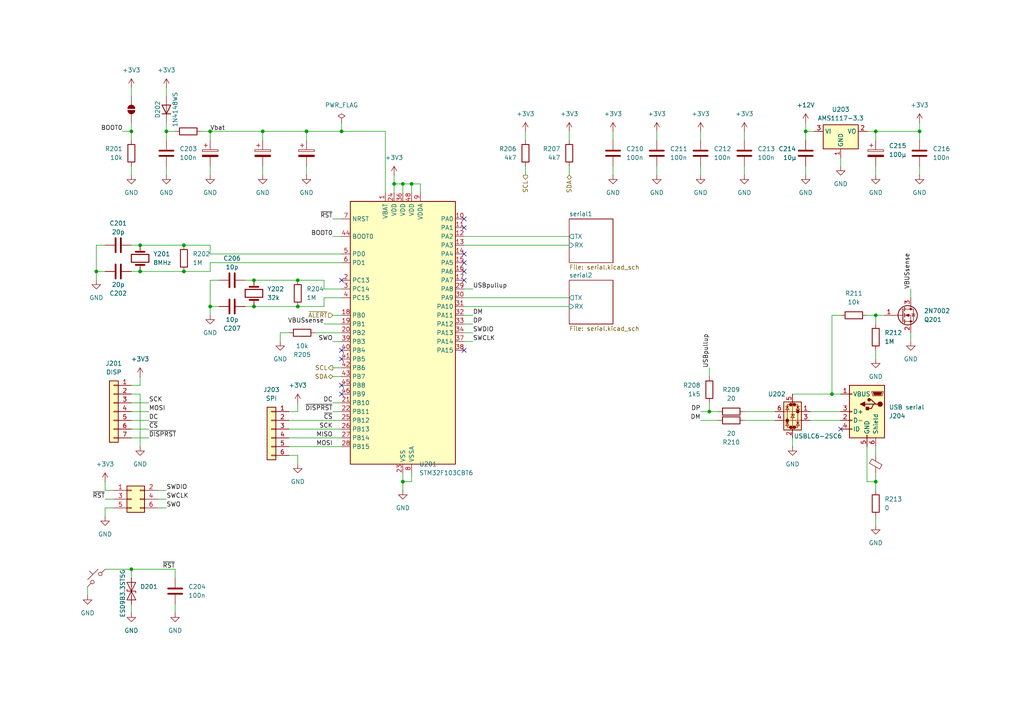
<source format=kicad_sch>
(kicad_sch (version 20250114) (generator "eeschema") (generator_version "9.0")
  (paper "A4")
  (title_block (title "Akkupack NG") (date "2024-05-10") (rev "0.1") (company "Eurovibes Benedikt Spranger") (comment 1 "SPDX-License-Identifier: CERN-OHL-S-2.0") (comment 2 "https://ohwr.org/cern_ohl_s_v2.txt") (comment 3 "To view a copy of this license, visit") (comment 4 "This work is licensed under the CERN-OHL-S v2"))
  (junction (at 119.38 53.34))
  (junction (at 205.74 119.38))
  (junction (at 99.06 38.1))
  (junction (at 40.64 71.12))
  (junction (at 86.36 81.28))
  (junction (at 116.84 53.34))
  (junction (at 27.94 78.74))
  (junction (at 116.84 139.7))
  (junction (at 73.66 81.28))
  (junction (at 60.96 38.1))
  (junction (at 114.3 53.34))
  (junction (at 76.2 38.1))
  (junction (at 241.3 114.3))
  (junction (at 88.9 38.1))
  (junction (at 53.34 78.74))
  (junction (at 233.68 38.1))
  (junction (at 48.26 38.1))
  (junction (at 266.7 38.1))
  (junction (at 254 91.44))
  (junction (at 40.64 78.74))
  (junction (at 86.36 88.9))
  (junction (at 73.66 88.9))
  (junction (at 60.96 88.9))
  (junction (at 254 139.7))
  (junction (at 254 38.1))
  (junction (at 53.34 71.12))
  (junction (at 38.1 165.1))
  (junction (at 38.1 38.1))
  (no_connect (at 243.84 124.46))
  (no_connect (at 134.62 101.6))
  (no_connect (at 99.06 111.76))
  (no_connect (at 134.62 63.5))
  (no_connect (at 134.62 73.66))
  (no_connect (at 134.62 78.74))
  (no_connect (at 134.62 76.2))
  (no_connect (at 99.06 114.3))
  (no_connect (at 99.06 81.28))
  (no_connect (at 99.06 104.14))
  (no_connect (at 134.62 81.28))
  (no_connect (at 99.06 101.6))
  (no_connect (at 134.62 66.04))
  (wire (pts (xy 60.96 71.12) (xy 53.34 71.12)))
  (wire (pts (xy 134.62 93.98) (xy 137.16 93.98)))
  (wire (pts (xy 40.64 71.12) (xy 53.34 71.12)))
  (wire (pts (xy 229.87 114.3) (xy 241.3 114.3)))
  (wire (pts (xy 96.52 116.84) (xy 99.06 116.84)))
  (wire (pts (xy 190.5 38.1) (xy 190.5 40.64)))
  (wire (pts (xy 111.76 38.1) (xy 99.06 38.1)))
  (wire (pts (xy 229.87 127) (xy 229.87 129.54)))
  (wire (pts (xy 251.46 91.44) (xy 254 91.44)))
  (wire (pts (xy 152.4 38.1) (xy 152.4 40.64)))
  (wire (pts (xy 86.36 132.08) (xy 86.36 134.62)))
  (wire (pts (xy 165.1 38.1) (xy 165.1 40.64)))
  (wire (pts (xy 25.4 170.18) (xy 25.4 172.72)))
  (wire (pts (xy 93.98 83.82) (xy 93.98 81.28)))
  (wire (pts (xy 38.1 25.4) (xy 38.1 27.94)))
  (wire (pts (xy 48.26 25.4) (xy 48.26 27.94)))
  (wire (pts (xy 234.95 119.38) (xy 243.84 119.38)))
  (wire (pts (xy 38.1 38.1) (xy 35.56 38.1)))
  (wire (pts (xy 33.02 142.24) (xy 30.48 142.24)))
  (wire (pts (xy 38.1 71.12) (xy 40.64 71.12)))
  (wire (pts (xy 264.16 96.52) (xy 264.16 99.06)))
  (wire (pts (xy 76.2 48.26) (xy 76.2 50.8)))
  (wire (pts (xy 93.98 86.36) (xy 93.98 88.9)))
  (wire (pts (xy 86.36 81.28) (xy 93.98 81.28)))
  (wire (pts (xy 60.96 48.26) (xy 60.96 50.8)))
  (wire (pts (xy 203.2 38.1) (xy 203.2 40.64)))
  (wire (pts (xy 45.72 147.32) (xy 48.26 147.32)))
  (wire (pts (xy 215.9 119.38) (xy 224.79 119.38)))
  (wire (pts (xy 83.82 127) (xy 99.06 127)))
  (wire (pts (xy 203.2 48.26) (xy 203.2 50.8)))
  (wire (pts (xy 96.52 99.06) (xy 99.06 99.06)))
  (wire (pts (xy 38.1 124.46) (xy 43.18 124.46)))
  (wire (pts (xy 60.96 38.1) (xy 60.96 40.64)))
  (wire (pts (xy 266.7 40.64) (xy 266.7 38.1)))
  (wire (pts (xy 30.48 142.24) (xy 30.48 139.7)))
  (wire (pts (xy 81.28 96.52) (xy 83.82 96.52)))
  (wire (pts (xy 48.26 38.1) (xy 48.26 40.64)))
  (wire (pts (xy 134.62 68.58) (xy 165.1 68.58)))
  (wire (pts (xy 60.96 73.66) (xy 60.96 71.12)))
  (wire (pts (xy 116.84 53.34) (xy 114.3 53.34)))
  (wire (pts (xy 30.48 147.32) (xy 30.48 149.86)))
  (wire (pts (xy 96.52 68.58) (xy 99.06 68.58)))
  (wire (pts (xy 215.9 121.92) (xy 224.79 121.92)))
  (wire (pts (xy 177.8 38.1) (xy 177.8 40.64)))
  (wire (pts (xy 73.66 81.28) (xy 86.36 81.28)))
  (wire (pts (xy 251.46 129.54) (xy 251.46 139.7)))
  (wire (pts (xy 234.95 121.92) (xy 243.84 121.92)))
  (wire (pts (xy 76.2 38.1) (xy 88.9 38.1)))
  (wire (pts (xy 254 91.44) (xy 254 93.98)))
  (wire (pts (xy 236.22 38.1) (xy 233.68 38.1)))
  (wire (pts (xy 96.52 106.68) (xy 99.06 106.68)))
  (wire (pts (xy 266.7 48.26) (xy 266.7 50.8)))
  (wire (pts (xy 38.1 165.1) (xy 38.1 167.64)))
  (wire (pts (xy 38.1 116.84) (xy 43.18 116.84)))
  (wire (pts (xy 60.96 88.9) (xy 63.5 88.9)))
  (wire (pts (xy 83.82 124.46) (xy 99.06 124.46)))
  (wire (pts (xy 233.68 48.26) (xy 233.68 50.8)))
  (wire (pts (xy 27.94 78.74) (xy 30.48 78.74)))
  (wire (pts (xy 116.84 139.7) (xy 116.84 142.24)))
  (wire (pts (xy 45.72 142.24) (xy 48.26 142.24)))
  (wire (pts (xy 134.62 83.82) (xy 137.16 83.82)))
  (wire (pts (xy 241.3 91.44) (xy 243.84 91.44)))
  (wire (pts (xy 121.92 55.88) (xy 121.92 53.34)))
  (wire (pts (xy 116.84 137.16) (xy 116.84 139.7)))
  (wire (pts (xy 205.74 106.68) (xy 205.74 109.22)))
  (wire (pts (xy 76.2 38.1) (xy 76.2 40.64)))
  (wire (pts (xy 83.82 119.38) (xy 86.36 119.38)))
  (wire (pts (xy 96.52 91.44) (xy 99.06 91.44)))
  (wire (pts (xy 83.82 129.54) (xy 99.06 129.54)))
  (wire (pts (xy 241.3 114.3) (xy 241.3 91.44)))
  (wire (pts (xy 134.62 99.06) (xy 137.16 99.06)))
  (wire (pts (xy 99.06 86.36) (xy 93.98 86.36)))
  (wire (pts (xy 99.06 76.2) (xy 60.96 76.2)))
  (wire (pts (xy 60.96 38.1) (xy 76.2 38.1)))
  (wire (pts (xy 38.1 127) (xy 43.18 127)))
  (wire (pts (xy 38.1 119.38) (xy 43.18 119.38)))
  (wire (pts (xy 134.62 86.36) (xy 165.1 86.36)))
  (wire (pts (xy 203.2 119.38) (xy 205.74 119.38)))
  (wire (pts (xy 60.96 76.2) (xy 60.96 78.74)))
  (wire (pts (xy 96.52 109.22) (xy 99.06 109.22)))
  (wire (pts (xy 30.48 71.12) (xy 27.94 71.12)))
  (wire (pts (xy 60.96 81.28) (xy 60.96 88.9)))
  (wire (pts (xy 40.64 114.3) (xy 40.64 129.54)))
  (wire (pts (xy 50.8 175.26) (xy 50.8 177.8)))
  (wire (pts (xy 251.46 38.1) (xy 254 38.1)))
  (wire (pts (xy 38.1 48.26) (xy 38.1 50.8)))
  (wire (pts (xy 88.9 38.1) (xy 99.06 38.1)))
  (wire (pts (xy 71.12 88.9) (xy 73.66 88.9)))
  (wire (pts (xy 177.8 48.26) (xy 177.8 50.8)))
  (wire (pts (xy 83.82 121.92) (xy 99.06 121.92)))
  (wire (pts (xy 203.2 121.92) (xy 208.28 121.92)))
  (wire (pts (xy 254 139.7) (xy 254 142.24)))
  (wire (pts (xy 119.38 53.34) (xy 116.84 53.34)))
  (wire (pts (xy 99.06 63.5) (xy 96.52 63.5)))
  (wire (pts (xy 254 137.16) (xy 254 139.7)))
  (wire (pts (xy 63.5 81.28) (xy 60.96 81.28)))
  (wire (pts (xy 99.06 73.66) (xy 60.96 73.66)))
  (wire (pts (xy 266.7 38.1) (xy 254 38.1)))
  (wire (pts (xy 251.46 139.7) (xy 254 139.7)))
  (wire (pts (xy 116.84 53.34) (xy 116.84 55.88)))
  (wire (pts (xy 99.06 35.56) (xy 99.06 38.1)))
  (wire (pts (xy 83.82 132.08) (xy 86.36 132.08)))
  (wire (pts (xy 134.62 71.12) (xy 165.1 71.12)))
  (wire (pts (xy 58.42 38.1) (xy 60.96 38.1)))
  (wire (pts (xy 40.64 78.74) (xy 53.34 78.74)))
  (wire (pts (xy 81.28 96.52) (xy 81.28 99.06)))
  (wire (pts (xy 121.92 53.34) (xy 119.38 53.34)))
  (wire (pts (xy 50.8 167.64) (xy 50.8 165.1)))
  (wire (pts (xy 38.1 114.3) (xy 40.64 114.3)))
  (wire (pts (xy 88.9 48.26) (xy 88.9 50.8)))
  (wire (pts (xy 233.68 38.1) (xy 233.68 40.64)))
  (wire (pts (xy 93.98 93.98) (xy 99.06 93.98)))
  (wire (pts (xy 53.34 78.74) (xy 60.96 78.74)))
  (wire (pts (xy 233.68 35.56) (xy 233.68 38.1)))
  (wire (pts (xy 50.8 165.1) (xy 38.1 165.1)))
  (wire (pts (xy 99.06 83.82) (xy 93.98 83.82)))
  (wire (pts (xy 88.9 38.1) (xy 88.9 40.64)))
  (wire (pts (xy 33.02 147.32) (xy 30.48 147.32)))
  (wire (pts (xy 254 101.6) (xy 254 104.14)))
  (wire (pts (xy 38.1 78.74) (xy 40.64 78.74)))
  (wire (pts (xy 48.26 48.26) (xy 48.26 50.8)))
  (wire (pts (xy 38.1 121.92) (xy 43.18 121.92)))
  (wire (pts (xy 96.52 119.38) (xy 99.06 119.38)))
  (wire (pts (xy 165.1 48.26) (xy 165.1 50.8)))
  (wire (pts (xy 243.84 45.72) (xy 243.84 48.26)))
  (wire (pts (xy 114.3 53.34) (xy 114.3 55.88)))
  (wire (pts (xy 38.1 175.26) (xy 38.1 177.8)))
  (wire (pts (xy 38.1 38.1) (xy 38.1 40.64)))
  (wire (pts (xy 91.44 96.52) (xy 99.06 96.52)))
  (wire (pts (xy 71.12 81.28) (xy 73.66 81.28)))
  (wire (pts (xy 45.72 144.78) (xy 48.26 144.78)))
  (wire (pts (xy 152.4 48.26) (xy 152.4 50.8)))
  (wire (pts (xy 205.74 119.38) (xy 208.28 119.38)))
  (wire (pts (xy 254 129.54) (xy 254 132.08)))
  (wire (pts (xy 134.62 96.52) (xy 137.16 96.52)))
  (wire (pts (xy 215.9 48.26) (xy 215.9 50.8)))
  (wire (pts (xy 119.38 137.16) (xy 119.38 139.7)))
  (wire (pts (xy 134.62 91.44) (xy 137.16 91.44)))
  (wire (pts (xy 38.1 111.76) (xy 40.64 111.76)))
  (wire (pts (xy 60.96 88.9) (xy 60.96 91.44)))
  (wire (pts (xy 27.94 78.74) (xy 27.94 81.28)))
  (wire (pts (xy 205.74 116.84) (xy 205.74 119.38)))
  (wire (pts (xy 215.9 38.1) (xy 215.9 40.64)))
  (wire (pts (xy 48.26 38.1) (xy 50.8 38.1)))
  (wire (pts (xy 266.7 35.56) (xy 266.7 38.1)))
  (wire (pts (xy 73.66 88.9) (xy 86.36 88.9)))
  (wire (pts (xy 27.94 71.12) (xy 27.94 78.74)))
  (wire (pts (xy 264.16 83.82) (xy 264.16 86.36)))
  (wire (pts (xy 114.3 50.8) (xy 114.3 53.34)))
  (wire (pts (xy 48.26 35.56) (xy 48.26 38.1)))
  (wire (pts (xy 86.36 88.9) (xy 93.98 88.9)))
  (wire (pts (xy 254 149.86) (xy 254 152.4)))
  (wire (pts (xy 111.76 38.1) (xy 111.76 55.88)))
  (wire (pts (xy 119.38 53.34) (xy 119.38 55.88)))
  (wire (pts (xy 38.1 35.56) (xy 38.1 38.1)))
  (wire (pts (xy 256.54 91.44) (xy 254 91.44)))
  (wire (pts (xy 30.48 144.78) (xy 33.02 144.78)))
  (wire (pts (xy 40.64 111.76) (xy 40.64 109.22)))
  (wire (pts (xy 243.84 114.3) (xy 241.3 114.3)))
  (wire (pts (xy 86.36 119.38) (xy 86.36 116.84)))
  (wire (pts (xy 254 38.1) (xy 254 40.64)))
  (wire (pts (xy 119.38 139.7) (xy 116.84 139.7)))
  (wire (pts (xy 134.62 88.9) (xy 165.1 88.9)))
  (wire (pts (xy 30.48 165.1) (xy 38.1 165.1)))
  (wire (pts (xy 190.5 48.26) (xy 190.5 50.8)))
  (wire (pts (xy 254 48.26) (xy 254 50.8)))
  (label "BOOT0" (at 96.52 68.58 180))
  (label "~{RST}" (at 30.48 144.78 180))
  (label "SWDIO" (at 137.16 96.52 0))
  (label "~{DISPRST}" (at 96.52 119.38 180))
  (label "DP" (at 137.16 93.98 0))
  (label "MOSI" (at 43.18 119.38 0))
  (label "SWCLK" (at 48.26 144.78 0))
  (label "Vbat" (at 60.96 38.1 0))
  (label "VBUSsense" (at 93.98 93.98 180))
  (label "BOOT0" (at 35.56 38.1 180))
  (label "DC" (at 96.52 116.84 180))
  (label "~{CS}" (at 96.52 121.92 180))
  (label "SWCLK" (at 137.16 99.06 0))
  (label "SCK" (at 43.18 116.84 0))
  (label "SWDIO" (at 48.26 142.24 0))
  (label "~{RST}" (at 96.52 63.5 180))
  (label "USBpullup" (at 205.74 106.68 90))
  (label "USBpullup" (at 137.16 83.82 0))
  (label "SWO" (at 48.26 147.32 0))
  (label "SWO" (at 96.52 99.06 180))
  (label "SCK" (at 96.52 124.46 180))
  (label "~{CS}" (at 43.18 124.46 0))
  (label "DM" (at 137.16 91.44 0))
  (label "DM" (at 203.2 121.92 180))
  (label "~{DISPRST}" (at 43.18 127 0))
  (label "DC" (at 43.18 121.92 0))
  (label "~{RST}" (at 50.8 165.1 180))
  (label "MISO" (at 96.52 127 180))
  (label "MOSI" (at 96.52 129.54 180))
  (label "VBUSsense" (at 264.16 83.82 90))
  (label "DP" (at 203.2 119.38 180))
  (hierarchical_label "SDA" (shape bidirectional) (at 96.52 109.22 180))
  (hierarchical_label "SCL" (shape output) (at 152.4 50.8 270))
  (hierarchical_label "SCL" (shape output) (at 96.52 106.68 180))
  (hierarchical_label "SDA" (shape bidirectional) (at 165.1 50.8 270))
  (hierarchical_label "~{ALERT}" (shape input) (at 96.52 91.44 180))
  (symbol (lib_id "power:GND") (at 86.36 134.62 0) (unit 1)
    (property "Reference" "#PWR0218" (effects (hide yes)))
    (property "Value" "GND" (at 86.36 139.7 0))
    (property "Description" "Power symbol creates a global label with name \"GND\" , ground" (effects (hide yes)))
  )
  (symbol (lib_id "power:GND") (at 81.28 99.06 0) (unit 1)
    (property "Reference" "#PWR0216" (effects (hide yes)))
    (property "Value" "GND" (at 81.28 104.14 0))
    (property "Description" "Power symbol creates a global label with name \"GND\" , ground" (effects (hide yes)))
  )
  (symbol (lib_id "power:+3V3") (at 266.7 35.56 0) (unit 1)
    (property "Reference" "#PWR0240" (effects (hide yes)))
    (property "Value" "+3V3" (at 266.7 30.48 0))
    (property "Description" "Power symbol creates a global label with name \"+3V3\"" (effects (hide yes)))
  )
  (symbol (lib_id "Device:C") (at 34.29 71.12 90) (unit 1)
    (property "Reference" "C201" (at 34.29 64.77 90))
    (property "Value" "20p" (at 34.29 67.31 90))
    (property "Footprint" "Capacitor_SMD:C_0402_1005Metric" (effects (hide yes)))
    (property "Description" "Unpolarized capacitor" (effects (hide yes)))
    (property "assemble" "y" (effects (hide yes)))
    (property "SupplLink" "https://jlcpcb.com/partdetail/Yageo-CC0805KRX7R9BB221/C107145" (effects (hide yes)))
    (property "MF" "FH (Guangdong Fenghua Advanced Tech)" (effects (hide yes)))
    (property "Long Description" "50V 20pF C0G ±5% 0402 Multilayer Ceramic Capacitors MLCC - SMD/SMT ROHS" (effects (hide yes)))
    (property "Source" "JLCPCB" (effects (hide yes)))
    (property "MP" "0402CG200J500NT" (effects (hide yes)))
    (property "lcsc#" "C1554" (effects (hide yes)))
  )
  (symbol (lib_id "Device:R") (at 254 146.05 0) (unit 1)
    (property "Reference" "R213" (at 256.54 144.7799 0) (effects (justify left)))
    (property "Value" "0" (at 256.54 147.3199 0) (effects (justify left)))
    (property "Footprint" "Resistor_SMD:R_0402_1005Metric" (effects (hide yes)))
    (property "Description" "Resistor" (effects (hide yes)))
    (property "Source" "JLCPCB" (effects (hide yes)))
    (property "assemble" "y" (effects (hide yes)))
    (property "Long Description" "62.5mW Thick Film Resistors 50V ±800ppm/℃ ±1% 0Ω 0402 Chip Resistor - Surface Mount ROHS" (effects (hide yes)))
    (property "MF" "UNI-ROYAL(Uniroyal Elec)" (effects (hide yes)))
    (property "MP" "0402WGF0000TCE" (effects (hide yes)))
    (property "SupplLink" "https://jlcpcb.com/partdetail/17853-0402WGF0000TCE/C17168" (effects (hide yes)))
    (property "lcsc#" "C17168" (effects (hide yes)))
  )
  (symbol (lib_id "Device:Crystal") (at 73.66 85.09 90) (unit 1)
    (property "Reference" "Y202" (at 77.47 83.8199 90) (effects (justify right)))
    (property "Value" "32k" (at 77.47 86.3599 90) (effects (justify right)))
    (property "Footprint" "Crystal:Crystal_SMD_3215-2Pin_3.2x1.5mm" (effects (hide yes)))
    (property "Description" "Two pin crystal" (effects (hide yes)))
    (property "assemble" "y" (effects (hide yes)))
    (property "SupplLink" "https://jlcpcb.com/partdetail/SeikoEpson-Q13FC1350000400/C32346" (effects (hide yes)))
    (property "MF" "Seiko Epson" (effects (hide yes)))
    (property "lcsc#" "C32346 " (effects (hide yes)))
    (property "Source" "JLCPCB" (effects (hide yes)))
    (property "Long Description" "32.768kHz Surface mount crystal oscillator 12.5pF ±20ppm SMD3215-2P Crystals ROHS" (effects (hide yes)))
    (property "MP" "Q13FC13500004" (effects (hide yes)))
  )
  (symbol (lib_id "Device:R") (at 54.61 38.1 90) (unit 1)
    (property "Reference" "R203" (effects (hide yes)))
    (property "Value" "22" (effects (hide yes)))
    (property "Footprint" "Resistor_SMD:R_1206_3216Metric" (effects (hide yes)))
    (property "Description" "Resistor" (effects (hide yes)))
    (property "assemble" "y" (effects (hide yes)))
    (property "SupplLink" "https://jlcpcb.com/partdetail/18646-1206W4F220JT5E/C17958" (effects (hide yes)))
    (property "MF" "UNI-ROYAL(Uniroyal Elec)" (effects (hide yes)))
    (property "Long Description" "250mW Thick Film Resistors 200V ±100ppm/℃ ±1% -55℃~+155℃ 22Ω 1206 Chip Resistor - Surface Mount ROHS" (effects (hide yes)))
    (property "Source" "JLCPCB" (effects (hide yes)))
    (property "MP" "1206W4F220JT5E" (effects (hide yes)))
    (property "lcsc#" "C17958" (effects (hide yes)))
  )
  (symbol (lib_id "power:GND") (at 88.9 50.8 0) (unit 1)
    (property "Reference" "#PWR0219" (effects (hide yes)))
    (property "Value" "GND" (at 88.9 55.88 0))
    (property "Description" "Power symbol creates a global label with name \"GND\" , ground" (effects (hide yes)))
  )
  (symbol (lib_id "Device:C_Polarized") (at 88.9 44.45 0) (unit 1)
    (property "Reference" "C209" (effects (hide yes)))
    (property "Value" "1F" (effects (hide yes)))
    (property "Footprint" "Capacitor_THT:CP_Radial_D8.0mm_P3.50mm" (effects (hide yes)))
    (property "Description" "Polarized capacitor" (effects (hide yes)))
    (property "assemble" "n" (effects (hide yes)))
    (property "SupplLink" "https://www.tme.eu/en/details/scv1f-3.0v-ltz/supercapacitors/spscap/scv0001c0-003r0ltz/" (effects (hide yes)))
    (property "tme#" "SCV1F-3.0V-LTZ" (effects (hide yes)))
    (property "MF" "SPSCAP" (effects (hide yes)))
    (property "Long Description" "Supercapacitor; 1F; 3VDC; Body dim: Ø8x12mm; Pitch: 3.5mm; Ir: 5uA" (effects (hide yes)))
    (property "Source" "TME" (effects (hide yes)))
    (property "MP" "SCV0001C0-003R0LTZ" (effects (hide yes)))
  )
  (symbol (lib_id "Device:R") (at 165.1 44.45 0) (unit 1)
    (property "Reference" "R207" (at 162.56 43.1799 0) (effects (justify right)))
    (property "Value" "4k7" (at 162.56 45.7199 0) (effects (justify right)))
    (property "Footprint" "Resistor_SMD:R_0402_1005Metric" (effects (hide yes)))
    (property "Description" "Resistor" (effects (hide yes)))
    (property "MF" "UNI-ROYAL(Uniroyal Elec)" (effects (hide yes)))
    (property "Source" "JLCPCB" (effects (hide yes)))
    (property "assemble" "y" (effects (hide yes)))
    (property "Long Description" "62.5mW Thick Film Resistors 50V ±100ppm/℃ ±1% 4.7kΩ 0402 Chip Resistor - Surface Mount ROHS" (effects (hide yes)))
    (property "MP" "0402WGF4701TCE" (effects (hide yes)))
    (property "SupplLink" "https://jlcpcb.com/partdetail/26643-0402WGF4701TCE/C25900" (effects (hide yes)))
    (property "lcsc#" "C25900" (effects (hide yes)))
  )
  (symbol (lib_id "power:GND") (at 38.1 50.8 0) (mirror y) (unit 1)
    (property "Reference" "#PWR0206" (effects (hide yes)))
    (property "Value" "GND" (at 38.1 55.88 0))
    (property "Description" "Power symbol creates a global label with name \"GND\" , ground" (effects (hide yes)))
  )
  (symbol (lib_id "power:GND") (at 266.7 50.8 0) (unit 1)
    (property "Reference" "#PWR0241" (effects (hide yes)))
    (property "Value" "GND" (at 266.7 55.88 0))
    (property "Description" "Power symbol creates a global label with name \"GND\" , ground" (effects (hide yes)))
  )
  (symbol (lib_id "Device:C") (at 233.68 44.45 0) (unit 1)
    (property "Reference" "C214" (at 228.346 43.18 0))
    (property "Value" "10µ" (at 229.108 45.72 0))
    (property "Footprint" "Capacitor_SMD:C_0603_1608Metric" (effects (hide yes)))
    (property "Description" "Unpolarized capacitor" (effects (hide yes)))
    (property "assemble" "y" (effects (hide yes)))
    (property "SupplLink" "https://jlcpcb.com/partdetail/97651-CL10A106MA8NRNC/C96446" (effects (hide yes)))
    (property "Long Description" "25V 10uF X5R ±20% 0603 Multilayer Ceramic Capacitors MLCC - SMD/SMT ROHS" (effects (hide yes)))
    (property "MF" "Samsung Electro-Mechanics" (effects (hide yes)))
    (property "MP" "CL10A106MA8NRNC" (effects (hide yes)))
    (property "Source" "JLCPCB" (effects (hide yes)))
    (property "lcsc#" "C96446" (effects (hide yes)))
  )
  (symbol (lib_id "power:+3V3") (at 40.64 109.22 0) (unit 1)
    (property "Reference" "#PWR0208" (effects (hide yes)))
    (property "Value" "+3V3" (at 40.64 104.14 0))
    (property "Description" "Power symbol creates a global label with name \"+3V3\"" (effects (hide yes)))
  )
  (symbol (lib_id "Device:C") (at 215.9 44.45 0) (unit 1)
    (property "Reference" "C213" (at 219.71 43.1799 0) (effects (justify left)))
    (property "Value" "100n" (at 219.71 45.7199 0) (effects (justify left)))
    (property "Footprint" "Capacitor_SMD:C_0402_1005Metric" (effects (hide yes)))
    (property "Description" "Unpolarized capacitor" (effects (hide yes)))
    (property "assemble" "y" (effects (hide yes)))
    (property "SupplLink" "https://jlcpcb.com/partdetail/291005-CL05B104KB54PNC/C307331" (effects (hide yes)))
    (property "Long Description" "50V 100nF X7R ±10% 0402 Multilayer Ceramic Capacitors MLCC - SMD/SMT ROHS" (effects (hide yes)))
    (property "MF" "Samsung Electro-Mechanics" (effects (hide yes)))
    (property "MP" "CL05B104KB54PNC" (effects (hide yes)))
    (property "Source" "JLCPCB" (effects (hide yes)))
    (property "lcsc#" "C307331" (effects (hide yes)))
  )
  (symbol (lib_id "power:GND") (at 60.96 50.8 0) (unit 1)
    (property "Reference" "#PWR0213" (effects (hide yes)))
    (property "Value" "GND" (at 60.96 55.88 0))
    (property "Description" "Power symbol creates a global label with name \"GND\" , ground" (effects (hide yes)))
  )
  (symbol (lib_id "power:GND") (at 38.1 177.8 0) (unit 1)
    (property "Reference" "#PWR0207" (effects (hide yes)))
    (property "Value" "GND" (at 38.1 182.88 0))
    (property "Description" "Power symbol creates a global label with name \"GND\" , ground" (effects (hide yes)))
  )
  (symbol (lib_id "power:GND") (at 60.96 91.44 0) (unit 1)
    (property "Reference" "#PWR0214" (effects (hide yes)))
    (property "Value" "GND" (at 60.96 96.52 0))
    (property "Description" "Power symbol creates a global label with name \"GND\" , ground" (effects (hide yes)))
  )
  (symbol (lib_id "Device:FerriteBead_Small") (at 254 134.62 0) (unit 1)
    (property "Reference" "FB201" (effects (hide yes)))
    (property "Value" "FerriteBead_Small" (effects (hide yes)))
    (property "Footprint" "Inductor_SMD:L_0805_2012Metric" (effects (hide yes)))
    (property "Description" "Ferrite bead, small symbol" (effects (hide yes)))
    (property "assemble" "y" (effects (hide yes)))
    (property "SupplLink" "https://jlcpcb.com/partdetail/Sunlord-GZ2012D101TF/C1015" (effects (hide yes)))
    (property "MF" "Sunlord" (effects (hide yes)))
    (property "MP" "GZ2012D101TF" (effects (hide yes)))
    (property "lcsc#" "C1015" (effects (hide yes)))
    (property "Long Description" "800mA 1 100Ω@100MHz ±25% 0805 Ferrite Beads ROHS" (effects (hide yes)))
    (property "Source" "JLCPCB " (effects (hide yes)))
  )
  (symbol (lib_id "power:PWR_FLAG") (at 99.06 35.56 0) (unit 1)
    (property "Reference" "#FLG0201" (effects (hide yes)))
    (property "Value" "PWR_FLAG" (at 99.06 30.48 0))
    (property "Description" "Special symbol for telling ERC where power comes from" (effects (hide yes)))
  )
  (symbol (lib_id "power:GND") (at 76.2 50.8 0) (unit 1)
    (property "Reference" "#PWR0215" (effects (hide yes)))
    (property "Value" "GND" (at 76.2 55.88 0))
    (property "Description" "Power symbol creates a global label with name \"GND\" , ground" (effects (hide yes)))
  )
  (symbol (lib_id "Power_Protection:USBLC6-2SC6") (at 229.87 119.38 0) (mirror y) (unit 1)
    (property "Reference" "U202" (at 225.298 114.3 0))
    (property "Value" "USBLC6-2SC6" (at 237.236 126.492 0))
    (property "Footprint" "Package_TO_SOT_SMD:SOT-23-6" (effects (hide yes)))
    (property "Datasheet" "https://www.st.com/resource/en/datasheet/usblc6-2.pdf" (effects (hide yes)))
    (property "Description" "Very low capacitance ESD protection diode, 2 data-line, SOT-23-6" (effects (hide yes)))
    (property "assemble" "y" (effects (hide yes)))
    (property "SupplLink" "https://jlcpcb.com/partdetail/TechPublic-USBLC62SC6/C2827654" (effects (hide yes)))
    (property "Long Description" "SOT-23-6 ESD Protection Devices ROHS" (effects (hide yes)))
    (property "MF" "TECH PUBLIC" (effects (hide yes)))
    (property "MP" "USBLC6-2SC6" (effects (hide yes)))
    (property "lcsc#" "C2827654" (effects (hide yes)))
    (property "Source" "JLCPCB" (effects (hide yes)))
  )
  (symbol (lib_id "power:GND") (at 27.94 81.28 0) (unit 1)
    (property "Reference" "#PWR0202" (effects (hide yes)))
    (property "Value" "GND" (at 27.94 86.36 0))
    (property "Description" "Power symbol creates a global label with name \"GND\" , ground" (effects (hide yes)))
  )
  (symbol (lib_id "power:GND") (at 48.26 50.8 0) (unit 1)
    (property "Reference" "#PWR0211" (effects (hide yes)))
    (property "Value" "GND" (at 48.26 55.88 0))
    (property "Description" "Power symbol creates a global label with name \"GND\" , ground" (effects (hide yes)))
  )
  (symbol (lib_id "Jumper:SolderJumper_2_Open") (at 38.1 31.75 270) (mirror x) (unit 1)
    (property "Reference" "JP201" (effects (hide yes)))
    (property "Value" "BOOT0" (effects (hide yes)))
    (property "Footprint" "Jumper:SolderJumper-2_P1.3mm_Open_Pad1.0x1.5mm" (effects (hide yes)))
    (property "Description" "Solder Jumper, 2-pole, open" (effects (hide yes)))
    (property "assemble" "n" (effects (hide yes)))
    (property "MP" "N/A" (effects (hide yes)))
    (property "Source" "--" (effects (hide yes)))
    (property "MF" "N/A" (effects (hide yes)))
  )
  (symbol (lib_id "Device:C") (at 50.8 171.45 0) (unit 1)
    (property "Reference" "C204" (at 54.61 170.1799 0) (effects (justify left)))
    (property "Value" "100n" (at 54.61 172.7199 0) (effects (justify left)))
    (property "Footprint" "Capacitor_SMD:C_0402_1005Metric" (effects (hide yes)))
    (property "Description" "Unpolarized capacitor" (effects (hide yes)))
    (property "assemble" "y" (effects (hide yes)))
    (property "SupplLink" "https://jlcpcb.com/partdetail/291005-CL05B104KB54PNC/C307331" (effects (hide yes)))
    (property "Long Description" "50V 100nF X7R ±10% 0402 Multilayer Ceramic Capacitors MLCC - SMD/SMT ROHS" (effects (hide yes)))
    (property "MF" "Samsung Electro-Mechanics" (effects (hide yes)))
    (property "MP" "CL05B104KB54PNC" (effects (hide yes)))
    (property "Source" "JLCPCB" (effects (hide yes)))
    (property "lcsc#" "C307331" (effects (hide yes)))
  )
  (symbol (lib_id "power:GND") (at 229.87 129.54 0) (unit 1)
    (property "Reference" "#PWR0232" (effects (hide yes)))
    (property "Value" "GND" (at 229.87 134.62 0))
    (property "Description" "Power symbol creates a global label with name \"GND\" , ground" (effects (hide yes)))
  )
  (symbol (lib_id "power:GND") (at 203.2 50.8 0) (unit 1)
    (property "Reference" "#PWR0229" (effects (hide yes)))
    (property "Value" "GND" (at 203.2 55.88 0))
    (property "Description" "Power symbol creates a global label with name \"GND\" , ground" (effects (hide yes)))
  )
  (symbol (lib_id "power:+3V3") (at 215.9 38.1 0) (unit 1)
    (property "Reference" "#PWR0230" (effects (hide yes)))
    (property "Value" "+3V3" (at 215.9 33.02 0))
    (property "Description" "Power symbol creates a global label with name \"+3V3\"" (effects (hide yes)))
  )
  (symbol (lib_id "Device:R") (at 247.65 91.44 90) (unit 1)
    (property "Reference" "R211" (at 247.65 85.09 90))
    (property "Value" "10k" (at 247.65 87.63 90))
    (property "Footprint" "Resistor_SMD:R_0402_1005Metric" (effects (hide yes)))
    (property "Description" "Resistor" (effects (hide yes)))
    (property "Long Description" "62.5mW Thick Film Resistors 50V ±100ppm/℃ ±1% 10kΩ 0402 Chip Resistor - Surface Mount ROHS" (effects (hide yes)))
    (property "MF" "UNI-ROYAL(Uniroyal Elec)" (effects (hide yes)))
    (property "MP" "0402WGF1002TCE" (effects (hide yes)))
    (property "Source" "JLCPCB" (effects (hide yes)))
    (property "SupplLink" "https://jlcpcb.com/partdetail/26487-0402WGF1002TCE/C25744" (effects (hide yes)))
    (property "assemble" "y" (effects (hide yes)))
    (property "lcsc#" "C25744" (effects (hide yes)))
  )
  (symbol (lib_id "Device:R") (at 86.36 85.09 0) (unit 1)
    (property "Reference" "R204" (at 88.9 83.8199 0) (effects (justify left)))
    (property "Value" "1M" (at 88.9 86.3599 0) (effects (justify left)))
    (property "Footprint" "Resistor_SMD:R_0402_1005Metric" (effects (hide yes)))
    (property "Description" "Resistor" (effects (hide yes)))
    (property "assemble" "y" (effects (hide yes)))
    (property "SupplLink" "https://jlcpcb.com/partdetail/26643-0402WGF4701TCE/C25900" (effects (hide yes)))
    (property "MF" "UNI-ROYAL(Uniroyal Elec)" (effects (hide yes)))
    (property "Long Description" "62.5mW Thick Film Resistors 50V ±100ppm/℃ ±1% 4.7kΩ 0402 Chip Resistor - Surface Mount ROHS" (effects (hide yes)))
    (property "MP" "0402WGF4701TCE" (effects (hide yes)))
    (property "Source" "JLCPCB" (effects (hide yes)))
    (property "lcsc#" "C25900" (effects (hide yes)))
  )
  (symbol (lib_id "power:GND") (at 215.9 50.8 0) (unit 1)
    (property "Reference" "#PWR0231" (effects (hide yes)))
    (property "Value" "GND" (at 215.9 55.88 0))
    (property "Description" "Power symbol creates a global label with name \"GND\" , ground" (effects (hide yes)))
  )
  (symbol (lib_id "power:GND") (at 254 152.4 0) (unit 1)
    (property "Reference" "#PWR0238" (effects (hide yes)))
    (property "Value" "GND" (at 254 157.48 0))
    (property "Description" "Power symbol creates a global label with name \"GND\" , ground" (effects (hide yes)))
  )
  (symbol (lib_id "power:+3V3") (at 190.5 38.1 0) (unit 1)
    (property "Reference" "#PWR0226" (effects (hide yes)))
    (property "Value" "+3V3" (at 190.5 33.02 0))
    (property "Description" "Power symbol creates a global label with name \"+3V3\"" (effects (hide yes)))
  )
  (symbol (lib_id "power:GND") (at 25.4 172.72 0) (unit 1)
    (property "Reference" "#PWR0201" (effects (hide yes)))
    (property "Value" "GND" (at 25.4 177.8 0))
    (property "Description" "Power symbol creates a global label with name \"GND\" , ground" (effects (hide yes)))
  )
  (symbol (lib_id "Regulator_Linear:AMS1117-3.3") (at 243.84 38.1 0) (unit 1)
    (property "Reference" "U203" (at 243.84 31.75 0))
    (property "Value" "AMS1117-3.3" (at 243.84 34.29 0))
    (property "Footprint" "Package_TO_SOT_SMD:SOT-223-3_TabPin2" (effects (hide yes)))
    (property "Datasheet" "http://www.advanced-monolithic.com/pdf/ds1117.pdf" (effects (hide yes)))
    (property "Description" "1A Low Dropout regulator, positive, 3.3V fixed output, SOT-223" (effects (hide yes)))
    (property "MF" "Advanced Monolithic Systems" (effects (hide yes)))
    (property "MP" "AMS1117-3.3" (effects (hide yes)))
    (property "Source" "JLCPCB" (effects (hide yes)))
    (property "assemble" "y" (effects (hide yes)))
    (property "lcsc#" "C6186" (effects (hide yes)))
    (property "Long Description" "72dB@(120Hz) 1A Fixed 3.3V Positive electrode SOT-223-3 Linear Voltage Regulators (LDO) ROHS" (effects (hide yes)))
    (property "SupplLink" "https://jlcpcb.com/partdetail/Advanced_MonolithicSystems-AMS1117_33/C6186" (effects (hide yes)))
  )
  (symbol (lib_id "Connector_Generic:Conn_02x03_Odd_Even") (at 38.1 144.78 0) (unit 1)
    (property "Reference" "J202" (effects (hide yes)))
    (property "Value" "SWD" (effects (hide yes)))
    (property "Footprint" "Connector:Tag-Connect_TC2030-IDC-FP_2x03_P1.27mm_Vertical" (effects (hide yes)))
    (property "Description" "Generic connector, double row, 02x03, odd/even pin numbering scheme (row 1 odd numbers, row 2 even numbers), script generated (kicad-library-utils/schlib/autogen/connector/)" (effects (hide yes)))
    (property "assemble" "n" (effects (hide yes)))
    (property "MF" "Tag-Connect" (effects (hide yes)))
    (property "MP" "TC2030" (effects (hide yes)))
    (property "Source" "--" (effects (hide yes)))
  )
  (symbol (lib_id "Device:R") (at 212.09 119.38 90) (unit 1)
    (property "Reference" "R209" (at 212.09 113.03 90))
    (property "Value" "20" (at 212.09 115.57 90))
    (property "Footprint" "Resistor_SMD:R_0603_1608Metric" (effects (hide yes)))
    (property "Description" "Resistor" (effects (hide yes)))
    (property "Source" "JLCPCB" (effects (hide yes)))
    (property "assemble" "y" (effects (hide yes)))
    (property "Long Description" "100mW Thick Film Resistors 75V ±100ppm/℃ ±1% 20Ω 0603 Chip Resistor - Surface Mount ROHS" (effects (hide yes)))
    (property "MF" "UNI-ROYAL(Uniroyal Elec)" (effects (hide yes)))
    (property "MP" "0603WAF200JT5E" (effects (hide yes)))
    (property "SupplLink" "https://jlcpcb.com/partdetail/23677-0603WAF200JT5E/C22950" (effects (hide yes)))
    (property "lcsc#" "C22950" (effects (hide yes)))
  )
  (symbol (lib_id "Device:R") (at 87.63 96.52 90) (unit 1)
    (property "Reference" "R205" (at 87.63 102.87 90))
    (property "Value" "10k" (at 87.63 100.33 90))
    (property "Footprint" "Resistor_SMD:R_0402_1005Metric" (effects (hide yes)))
    (property "Description" "Resistor" (effects (hide yes)))
    (property "assemble" "y" (effects (hide yes)))
    (property "SupplLink" "https://jlcpcb.com/partdetail/26487-0402WGF1002TCE/C25744" (effects (hide yes)))
    (property "Long Description" "62.5mW Thick Film Resistors 50V ±100ppm/℃ ±1% 10kΩ 0402 Chip Resistor - Surface Mount ROHS" (effects (hide yes)))
    (property "MF" "UNI-ROYAL(Uniroyal Elec)" (effects (hide yes)))
    (property "MP" "0402WGF1002TCE" (effects (hide yes)))
    (property "Source" "JLCPCB" (effects (hide yes)))
    (property "lcsc#" "C25744" (effects (hide yes)))
  )
  (symbol (lib_id "Device:R") (at 53.34 74.93 0) (unit 1)
    (property "Reference" "R202" (at 55.88 73.6599 0) (effects (justify left)))
    (property "Value" "1M" (at 55.88 76.1999 0) (effects (justify left)))
    (property "Footprint" "Resistor_SMD:R_0402_1005Metric" (effects (hide yes)))
    (property "Description" "Resistor" (effects (hide yes)))
    (property "assemble" "y" (effects (hide yes)))
    (property "SupplLink" "https://jlcpcb.com/partdetail/26643-0402WGF4701TCE/C25900" (effects (hide yes)))
    (property "MF" "UNI-ROYAL(Uniroyal Elec)" (effects (hide yes)))
    (property "Long Description" "62.5mW Thick Film Resistors 50V ±100ppm/℃ ±1% 4.7kΩ 0402 Chip Resistor - Surface Mount ROHS" (effects (hide yes)))
    (property "MP" "0402WGF4701TCE" (effects (hide yes)))
    (property "Source" "JLCPCB" (effects (hide yes)))
    (property "lcsc#" "C25900" (effects (hide yes)))
  )
  (symbol (lib_id "Transistor_FET:2N7002") (at 261.62 91.44 0) (unit 1)
    (property "Reference" "Q201" (at 267.97 92.7101 0) (effects (justify left)))
    (property "Value" "2N7002" (at 267.97 90.1701 0) (effects (justify left)))
    (property "Footprint" "Package_TO_SOT_SMD:SOT-23" (effects (hide yes)))
    (property "Datasheet" "https://www.onsemi.com/pub/Collateral/NDS7002A-D.PDF" (effects (hide yes)))
    (property "Description" "0.115A Id, 60V Vds, N-Channel MOSFET, SOT-23" (effects (hide yes)))
    (property "Source" "JLCPCB" (effects (hide yes)))
    (property "assemble" "y" (effects (hide yes)))
    (property "lcsc#" "C8545" (effects (hide yes)))
    (property "Long Description" "60V 115mA 200mW 7.5Ω@10V,500mA 2.5V@250uA 1PCSNChannel SOT-23 MOSFETs ROHS" (effects (hide yes)))
    (property "SupplLink" "https://jlcpcb.com/partdetail/9040-2N7002/C8545" (effects (hide yes)))
    (property "MF" "Jiangsu Changjing Electronics Technology Co., Ltd." (effects (hide yes)))
    (property "MP" "2N7002" (effects (hide yes)))
  )
  (symbol (lib_id "power:GND") (at 233.68 50.8 0) (unit 1)
    (property "Reference" "#PWR0234" (effects (hide yes)))
    (property "Value" "GND" (at 233.68 55.88 0))
    (property "Description" "Power symbol creates a global label with name \"GND\" , ground" (effects (hide yes)))
  )
  (symbol (lib_id "Device:C") (at 34.29 78.74 90) (unit 1)
    (property "Reference" "C202" (at 34.29 85.09 90))
    (property "Value" "20p" (at 34.29 82.55 90))
    (property "Footprint" "Capacitor_SMD:C_0402_1005Metric" (effects (hide yes)))
    (property "Description" "Unpolarized capacitor" (effects (hide yes)))
    (property "assemble" "y" (effects (hide yes)))
    (property "SupplLink" "https://jlcpcb.com/partdetail/Yageo-CC0805KRX7R9BB221/C107145" (effects (hide yes)))
    (property "MF" "FH (Guangdong Fenghua Advanced Tech)" (effects (hide yes)))
    (property "Long Description" "50V 20pF C0G ±5% 0402 Multilayer Ceramic Capacitors MLCC - SMD/SMT ROHS" (effects (hide yes)))
    (property "Source" "JLCPCB" (effects (hide yes)))
    (property "MP" "0402CG200J500NT" (effects (hide yes)))
    (property "lcsc#" "C1554" (effects (hide yes)))
  )
  (symbol (lib_id "Device:C_Polarized") (at 254 44.45 0) (unit 1)
    (property "Reference" "C215" (at 257.81 42.2909 0) (effects (justify left)))
    (property "Value" "100µ" (at 257.81 44.8309 0) (effects (justify left)))
    (property "Footprint" "Capacitor_Tantalum_SMD:CP_EIA-3528-21_Kemet-B" (effects (hide yes)))
    (property "Description" "Polarized capacitor" (effects (hide yes)))
    (property "Long Description" "100uF 6.3V 1.7Ω@100kHz ±10% CASE-B-3528 Tantalum Capacitors ROHS" (effects (hide yes)))
    (property "MF" "--" (effects (hide yes)))
    (property "MP" "TAJB107K006RNJ" (effects (hide yes)))
    (property "Source" "JLCPCB" (effects (hide yes)))
    (property "SupplLink" "https://jlcpcb.com/partdetail/-TAJB107K006RNJ/C16133" (effects (hide yes)))
    (property "assemble" "y" (effects (hide yes)))
    (property "lcsc#" "C16133" (effects (hide yes)))
  )
  (symbol (lib_id "power:+3V3") (at 38.1 25.4 0) (mirror y) (unit 1)
    (property "Reference" "#PWR0205" (effects (hide yes)))
    (property "Value" "+3V3" (at 38.1 20.32 0))
    (property "Description" "Power symbol creates a global label with name \"+3V3\"" (effects (hide yes)))
  )
  (symbol (lib_id "power:+3V3") (at 203.2 38.1 0) (unit 1)
    (property "Reference" "#PWR0228" (effects (hide yes)))
    (property "Value" "+3V3" (at 203.2 33.02 0))
    (property "Description" "Power symbol creates a global label with name \"+3V3\"" (effects (hide yes)))
  )
  (symbol (lib_id "power:+3V3") (at 48.26 25.4 0) (unit 1)
    (property "Reference" "#PWR0210" (effects (hide yes)))
    (property "Value" "+3V3" (at 48.26 20.32 0))
    (property "Description" "Power symbol creates a global label with name \"+3V3\"" (effects (hide yes)))
  )
  (symbol (lib_id "power:GND") (at 254 104.14 0) (unit 1)
    (property "Reference" "#PWR0237" (effects (hide yes)))
    (property "Value" "GND" (at 254 109.22 0))
    (property "Description" "Power symbol creates a global label with name \"GND\" , ground" (effects (hide yes)))
  )
  (symbol (lib_id "power:GND") (at 50.8 177.8 0) (unit 1)
    (property "Reference" "#PWR0212" (effects (hide yes)))
    (property "Value" "GND" (at 50.8 182.88 0))
    (property "Description" "Power symbol creates a global label with name \"GND\" , ground" (effects (hide yes)))
  )
  (symbol (lib_id "Device:C_Polarized") (at 60.96 44.45 0) (unit 1)
    (property "Reference" "C205" (effects (hide yes)))
    (property "Value" "1F" (effects (hide yes)))
    (property "Footprint" "Capacitor_THT:CP_Radial_D8.0mm_P3.50mm" (effects (hide yes)))
    (property "Description" "Polarized capacitor" (effects (hide yes)))
    (property "assemble" "n" (effects (hide yes)))
    (property "SupplLink" "https://www.tme.eu/en/details/scv1f-3.0v-ltz/supercapacitors/spscap/scv0001c0-003r0ltz/" (effects (hide yes)))
    (property "tme#" "SCV1F-3.0V-LTZ" (effects (hide yes)))
    (property "MF" "SPSCAP" (effects (hide yes)))
    (property "Long Description" "Supercapacitor; 1F; 3VDC; Body dim: Ø8x12mm; Pitch: 3.5mm; Ir: 5uA" (effects (hide yes)))
    (property "Source" "TME" (effects (hide yes)))
    (property "MP" "SCV0001C0-003R0LTZ" (effects (hide yes)))
  )
  (symbol (lib_id "power:GND") (at 190.5 50.8 0) (unit 1)
    (property "Reference" "#PWR0227" (effects (hide yes)))
    (property "Value" "GND" (at 190.5 55.88 0))
    (property "Description" "Power symbol creates a global label with name \"GND\" , ground" (effects (hide yes)))
  )
  (symbol (lib_id "Device:R") (at 205.74 113.03 0) (mirror y) (unit 1)
    (property "Reference" "R208" (at 203.2 111.7599 0) (effects (justify left)))
    (property "Value" "1k5" (at 203.2 114.2999 0) (effects (justify left)))
    (property "Footprint" "Resistor_SMD:R_0402_1005Metric" (effects (hide yes)))
    (property "Description" "Resistor" (effects (hide yes)))
    (property "Source" "JLCPCB" (effects (hide yes)))
    (property "assemble" "y" (effects (hide yes)))
    (property "Long Description" "62.5mW Thick Film Resistors 50V ±100ppm/℃ ±1% 1.5kΩ 0402 Chip Resistor - Surface Mount ROHS" (effects (hide yes)))
    (property "MF" "UNI-ROYAL(Uniroyal Elec)" (effects (hide yes)))
    (property "MP" "0402WGF1501TCE" (effects (hide yes)))
    (property "SupplLink" "https://jlcpcb.com/partdetail/26610-0402WGF1501TCE/C25867" (effects (hide yes)))
    (property "lcsc#" "C25867" (effects (hide yes)))
  )
  (symbol (lib_id "Switch:SW_Push_45deg") (at 27.94 167.64 0) (mirror y) (unit 1)
    (property "Reference" "SW201" (effects (hide yes)))
    (property "Value" "Reset" (effects (hide yes)))
    (property "Footprint" "footprint:Push_SW_5x5" (effects (hide yes)))
    (property "Description" "Push button switch, normally open, two pins, 45° tilted" (effects (hide yes)))
    (property "assemble" "y" (effects (hide yes)))
    (property "SupplLink" "https://jlcpcb.com/partdetail/XkbConnection-TS_1187A_B_AB/C318884" (effects (hide yes)))
    (property "MF" "XKB Connection" (effects (hide yes)))
    (property "MP" "TS-1187A-B-A-B" (effects (hide yes)))
    (property "Source" "JLCPCB" (effects (hide yes)))
    (property "Long Description" "No Without 50mA 5.1mm 100,000 Times 160gf 12V 5.1mm 1.5mm Round Button Brick nogging SPST SMD Tactile Switches ROHS" (effects (hide yes)))
    (property "lcsc#" "C318884" (effects (hide yes)))
  )
  (symbol (lib_id "Connector:USB_OTG") (at 251.46 119.38 0) (mirror y) (unit 1)
    (property "Reference" "J204" (at 257.81 120.6501 0) (effects (justify right)))
    (property "Value" "USB serial" (at 257.81 118.1101 0) (effects (justify right)))
    (property "Footprint" "fixes:USB_Micro-AB_Molex_47590-0001" (effects (hide yes)))
    (property "Description" "USB mini/micro connector" (effects (hide yes)))
    (property "assemble" "y" (effects (hide yes)))
    (property "SupplLink" "https://jlcpcb.com/partdetail/Molex-475900001/C136001" (effects (hide yes)))
    (property "Long Description" "1 5P Female Micro-AB SMD USB Connectors ROHS" (effects (hide yes)))
    (property "MF" "MOLEX" (effects (hide yes)))
    (property "MP" "475900001" (effects (hide yes)))
    (property "lcsc#" "C136001" (effects (hide yes)))
    (property "Source" "JLCPCB " (effects (hide yes)))
  )
  (symbol (lib_id "Diode:1N4148WS") (at 48.26 31.75 90) (unit 1)
    (property "Reference" "D202" (at 45.72 31.75 0))
    (property "Value" "1N4148WS" (at 50.8 31.75 0))
    (property "Footprint" "Diode_SMD:D_SOD-323" (effects (hide yes)))
    (property "Datasheet" "https://www.vishay.com/docs/85751/1n4148ws.pdf" (effects (hide yes)))
    (property "Description" "75V 0.15A Fast switching Diode, SOD-323" (effects (hide yes)))
    (property "assemble" "y" (effects (hide yes)))
    (property "SupplLink" "https://jlcpcb.com/partdetail/2485-1N4148WS/C2128" (effects (hide yes)))
    (property "MF" "Jiangsu Changjing Electronics Technology Co., Ltd." (effects (hide yes)))
    (property "Long Description" "100V +150℃@(Tj) 200mW Single 1.25V@150mA 4ns 1uA@75V 150mA SOD-323 Switching Diode ROHS" (effects (hide yes)))
    (property "Source" "JLCPCB " (effects (hide yes)))
    (property "Sim.Device" "D" (effects (hide yes)))
    (property "Sim.Pins" "1=K 2=A" (effects (hide yes)))
    (property "MP" "1N4148WS" (effects (hide yes)))
    (property "lcsc#" "C2128" (effects (hide yes)))
  )
  (symbol (lib_id "Device:C_Polarized") (at 76.2 44.45 0) (unit 1)
    (property "Reference" "C208" (effects (hide yes)))
    (property "Value" "1F" (effects (hide yes)))
    (property "Footprint" "Capacitor_THT:CP_Radial_D8.0mm_P3.50mm" (effects (hide yes)))
    (property "Description" "Polarized capacitor" (effects (hide yes)))
    (property "assemble" "n" (effects (hide yes)))
    (property "SupplLink" "https://www.tme.eu/en/details/scv1f-3.0v-ltz/supercapacitors/spscap/scv0001c0-003r0ltz/" (effects (hide yes)))
    (property "tme#" "SCV1F-3.0V-LTZ" (effects (hide yes)))
    (property "MF" "SPSCAP" (effects (hide yes)))
    (property "Long Description" "Supercapacitor; 1F; 3VDC; Body dim: Ø8x12mm; Pitch: 3.5mm; Ir: 5uA" (effects (hide yes)))
    (property "Source" "TME" (effects (hide yes)))
    (property "MP" "SCV0001C0-003R0LTZ" (effects (hide yes)))
  )
  (symbol (lib_id "Device:C") (at 203.2 44.45 0) (unit 1)
    (property "Reference" "C212" (at 207.01 43.1799 0) (effects (justify left)))
    (property "Value" "100n" (at 207.01 45.7199 0) (effects (justify left)))
    (property "Footprint" "Capacitor_SMD:C_0402_1005Metric" (effects (hide yes)))
    (property "Description" "Unpolarized capacitor" (effects (hide yes)))
    (property "assemble" "y" (effects (hide yes)))
    (property "SupplLink" "https://jlcpcb.com/partdetail/291005-CL05B104KB54PNC/C307331" (effects (hide yes)))
    (property "Long Description" "50V 100nF X7R ±10% 0402 Multilayer Ceramic Capacitors MLCC - SMD/SMT ROHS" (effects (hide yes)))
    (property "MF" "Samsung Electro-Mechanics" (effects (hide yes)))
    (property "MP" "CL05B104KB54PNC" (effects (hide yes)))
    (property "Source" "JLCPCB" (effects (hide yes)))
    (property "lcsc#" "C307331" (effects (hide yes)))
  )
  (symbol (lib_id "Device:C") (at 190.5 44.45 0) (unit 1)
    (property "Reference" "C211" (at 194.31 43.1799 0) (effects (justify left)))
    (property "Value" "100n" (at 194.31 45.7199 0) (effects (justify left)))
    (property "Footprint" "Capacitor_SMD:C_0402_1005Metric" (effects (hide yes)))
    (property "Description" "Unpolarized capacitor" (effects (hide yes)))
    (property "assemble" "y" (effects (hide yes)))
    (property "SupplLink" "https://jlcpcb.com/partdetail/291005-CL05B104KB54PNC/C307331" (effects (hide yes)))
    (property "Long Description" "50V 100nF X7R ±10% 0402 Multilayer Ceramic Capacitors MLCC - SMD/SMT ROHS" (effects (hide yes)))
    (property "MF" "Samsung Electro-Mechanics" (effects (hide yes)))
    (property "MP" "CL05B104KB54PNC" (effects (hide yes)))
    (property "Source" "JLCPCB" (effects (hide yes)))
    (property "lcsc#" "C307331" (effects (hide yes)))
  )
  (symbol (lib_id "Connector_Generic:Conn_01x07") (at 33.02 119.38 0) (mirror y) (unit 1)
    (property "Reference" "J201" (at 33.02 105.41 0))
    (property "Value" "DISP" (at 33.02 107.95 0))
    (property "Footprint" "Connector_PinSocket_2.54mm:PinSocket_1x07_P2.54mm_Vertical" (effects (hide yes)))
    (property "Description" "Generic connector, single row, 01x07, script generated (kicad-library-utils/schlib/autogen/connector/)" (effects (hide yes)))
    (property "assemble" "n" (effects (hide yes)))
    (property "Long Description" "7 Positionen Buchse Steckverbinder 0,100\" (2,54mm) Durchkontaktierung Gold" (effects (hide yes)))
    (property "MF" "Amphenol ICC (FCI)" (effects (hide yes)))
    (property "MP" "76341-307LF" (effects (hide yes)))
    (property "Source" "Digikey" (effects (hide yes)))
    (property "SupplLink" "https://www.digikey.de/de/products/detail/amphenol-cs-fci/76341-307LF/1523892?s=N4IgjCBcoBw1oDGUBmBDANgZwKYBoQB7KAbRACYA2AdhnIFYQBdAgBwBcoQBldgJwCWAOwDmIAL4EwVAMwIQySOmz4ipEJQAsMSowKUt9ciALV60uafPlNzNp0g9%2BwsZPDUAnAAZ5i5bgJiSDIPaio7EA4uXkFRCQJyMDDfVEwAtWDwCKjHAEkhdhwRHD54kABaY2gFKH4AV1Ugsj0QD2Y3crbqxXrG9QgmcTdKeQEAEy5ysC8Iey4TEHYAT1YcLjQsZCGgA" (effects (hide yes)))
    (property "digikey#" "609-6552-ND" (effects (hide yes)))
  )
  (symbol (lib_id "power:GND") (at 254 50.8 0) (unit 1)
    (property "Reference" "#PWR0236" (effects (hide yes)))
    (property "Value" "GND" (at 254 55.88 0))
    (property "Description" "Power symbol creates a global label with name \"GND\" , ground" (effects (hide yes)))
  )
  (symbol (lib_id "power:GND") (at 30.48 149.86 0) (unit 1)
    (property "Reference" "#PWR0204" (effects (hide yes)))
    (property "Value" "GND" (at 30.48 154.94 0))
    (property "Description" "Power symbol creates a global label with name \"GND\" , ground" (effects (hide yes)))
  )
  (symbol (lib_id "Device:C") (at 67.31 88.9 90) (unit 1)
    (property "Reference" "C207" (at 67.31 95.25 90))
    (property "Value" "10p" (at 67.31 92.71 90))
    (property "Footprint" "Capacitor_SMD:C_0402_1005Metric" (effects (hide yes)))
    (property "Description" "Unpolarized capacitor" (effects (hide yes)))
    (property "assemble" "y" (effects (hide yes)))
    (property "SupplLink" "https://jlcpcb.com/partdetail/33914-CL05C100JB5NNNC/C32949" (effects (hide yes)))
    (property "MF" "Samsung Electro-Mechanics" (effects (hide yes)))
    (property "Long Description" "50V 10pF C0G ±5% 0402 Multilayer Ceramic Capacitors MLCC - SMD/SMT ROHS" (effects (hide yes)))
    (property "Source" "JLCPCB" (effects (hide yes)))
    (property "MP" "CL05C100JB5NNNC" (effects (hide yes)))
    (property "lcsc#" "C32949" (effects (hide yes)))
  )
  (symbol (lib_id "power:+3V3") (at 152.4 38.1 0) (unit 1)
    (property "Reference" "#PWR0222" (effects (hide yes)))
    (property "Value" "+3V3" (at 152.4 33.02 0))
    (property "Description" "Power symbol creates a global label with name \"+3V3\"" (effects (hide yes)))
  )
  (symbol (lib_id "Device:R") (at 254 97.79 0) (unit 1)
    (property "Reference" "R212" (at 256.54 96.5199 0) (effects (justify left)))
    (property "Value" "1M" (at 256.54 99.0599 0) (effects (justify left)))
    (property "Footprint" "Resistor_SMD:R_0402_1005Metric" (effects (hide yes)))
    (property "Description" "Resistor" (effects (hide yes)))
    (property "Long Description" "62.5mW Thick Film Resistors 50V ±100ppm/℃ ±1% 4.7kΩ 0402 Chip Resistor - Surface Mount ROHS" (effects (hide yes)))
    (property "MF" "UNI-ROYAL(Uniroyal Elec)" (effects (hide yes)))
    (property "MP" "0402WGF4701TCE" (effects (hide yes)))
    (property "Source" "JLCPCB" (effects (hide yes)))
    (property "SupplLink" "https://jlcpcb.com/partdetail/26643-0402WGF4701TCE/C25900" (effects (hide yes)))
    (property "assemble" "y" (effects (hide yes)))
    (property "lcsc#" "C25900" (effects (hide yes)))
  )
  (symbol (lib_id "power:+12V") (at 233.68 35.56 0) (unit 1)
    (property "Reference" "#PWR0233" (effects (hide yes)))
    (property "Value" "+12V" (at 233.68 30.48 0))
    (property "Description" "Power symbol creates a global label with name \"+12V\"" (effects (hide yes)))
  )
  (symbol (lib_id "Connector_Generic:Conn_01x06") (at 78.74 124.46 0) (mirror y) (unit 1)
    (property "Reference" "J203" (at 78.74 113.03 0))
    (property "Value" "SPI" (at 78.74 115.57 0))
    (property "Footprint" "Connector_PinSocket_2.54mm:PinSocket_1x06_P2.54mm_Vertical" (effects (hide yes)))
    (property "Description" "Generic connector, single row, 01x06, script generated (kicad-library-utils/schlib/autogen/connector/)" (effects (hide yes)))
    (property "assemble" "n" (effects (hide yes)))
    (property "Long Description" "CONN RCPT 6POS 0.1 TIN PCB" (effects (hide yes)))
    (property "MF" "Harwin Inc." (effects (hide yes)))
    (property "MP" "M20-7820646" (effects (hide yes)))
    (property "Source" "Digikey" (effects (hide yes)))
    (property "SupplLink" "https://www.digikey.de/de/products/detail/harwin-inc/M20-7820646/3727777" (effects (hide yes)))
    (property "digikey#" "952-1809-ND" (effects (hide yes)))
  )
  (symbol (lib_id "power:GND") (at 40.64 129.54 0) (unit 1)
    (property "Reference" "#PWR0209" (effects (hide yes)))
    (property "Value" "GND" (at 40.64 134.62 0))
    (property "Description" "Power symbol creates a global label with name \"GND\" , ground" (effects (hide yes)))
  )
  (symbol (lib_id "Device:R") (at 38.1 44.45 0) (mirror y) (unit 1)
    (property "Reference" "R201" (at 35.56 43.1799 0) (effects (justify left)))
    (property "Value" "10k" (at 35.56 45.7199 0) (effects (justify left)))
    (property "Footprint" "Resistor_SMD:R_0402_1005Metric" (effects (hide yes)))
    (property "Description" "Resistor" (effects (hide yes)))
    (property "assemble" "y" (effects (hide yes)))
    (property "SupplLink" "https://jlcpcb.com/partdetail/26487-0402WGF1002TCE/C25744" (effects (hide yes)))
    (property "Long Description" "62.5mW Thick Film Resistors 50V ±100ppm/℃ ±1% 10kΩ 0402 Chip Resistor - Surface Mount ROHS" (effects (hide yes)))
    (property "MF" "UNI-ROYAL(Uniroyal Elec)" (effects (hide yes)))
    (property "MP" "0402WGF1002TCE" (effects (hide yes)))
    (property "Source" "JLCPCB" (effects (hide yes)))
    (property "lcsc#" "C25744" (effects (hide yes)))
  )
  (symbol (lib_id "Diode:ESD9B3.3ST5G") (at 38.1 171.45 90) (unit 1)
    (property "Reference" "D201" (at 40.64 170.1799 90) (effects (justify right)))
    (property "Value" "ESD9B3.3ST5G" (at 35.56 165.1 0) (effects (justify right)))
    (property "Footprint" "Diode_SMD:D_SOD-923" (effects (hide yes)))
    (property "Datasheet" "https://www.onsemi.com/pub/Collateral/ESD9B-D.PDF" (effects (hide yes)))
    (property "Description" "ESD protection diode, 3.3Vrwm, SOD-923" (effects (hide yes)))
    (property "SupplLink" "https://jlcpcb.com/partdetail/Onsemi-ESD9B33ST5G/C96512" (effects (hide yes)))
    (property "assemble" "y" (effects (hide yes)))
    (property "MF" "onsemi" (effects (hide yes)))
    (property "Long Description" "11.5V 2A 3.3V (Max) 5V Bidirectional SOD-923 ESD Protection Devices ROHS" (effects (hide yes)))
    (property "Source" "JLCPCB " (effects (hide yes)))
    (property "MP" "ESD9B3.3ST5G" (effects (hide yes)))
    (property "lcsc#" "C96512" (effects (hide yes)))
  )
  (symbol (lib_id "power:GND") (at 116.84 142.24 0) (unit 1)
    (property "Reference" "#PWR0221" (effects (hide yes)))
    (property "Value" "GND" (at 116.84 147.32 0))
    (property "Description" "Power symbol creates a global label with name \"GND\" , ground" (effects (hide yes)))
  )
  (symbol (lib_id "power:+3V3") (at 165.1 38.1 0) (unit 1)
    (property "Reference" "#PWR0223" (effects (hide yes)))
    (property "Value" "+3V3" (at 165.1 33.02 0))
    (property "Description" "Power symbol creates a global label with name \"+3V3\"" (effects (hide yes)))
  )
  (symbol (lib_id "power:+3V3") (at 86.36 116.84 0) (unit 1)
    (property "Reference" "#PWR0217" (effects (hide yes)))
    (property "Value" "+3V3" (at 86.36 111.76 0))
    (property "Description" "Power symbol creates a global label with name \"+3V3\"" (effects (hide yes)))
  )
  (symbol (lib_id "power:+3V3") (at 30.48 139.7 0) (unit 1)
    (property "Reference" "#PWR0203" (effects (hide yes)))
    (property "Value" "+3V3" (at 30.48 134.62 0))
    (property "Description" "Power symbol creates a global label with name \"+3V3\"" (effects (hide yes)))
  )
  (symbol (lib_id "Device:R") (at 152.4 44.45 0) (unit 1)
    (property "Reference" "R206" (at 149.86 43.1799 0) (effects (justify right)))
    (property "Value" "4k7" (at 149.86 45.7199 0) (effects (justify right)))
    (property "Footprint" "Resistor_SMD:R_0402_1005Metric" (effects (hide yes)))
    (property "Description" "Resistor" (effects (hide yes)))
    (property "MF" "UNI-ROYAL(Uniroyal Elec)" (effects (hide yes)))
    (property "Source" "JLCPCB" (effects (hide yes)))
    (property "assemble" "y" (effects (hide yes)))
    (property "Long Description" "62.5mW Thick Film Resistors 50V ±100ppm/℃ ±1% 4.7kΩ 0402 Chip Resistor - Surface Mount ROHS" (effects (hide yes)))
    (property "MP" "0402WGF4701TCE" (effects (hide yes)))
    (property "SupplLink" "https://jlcpcb.com/partdetail/26643-0402WGF4701TCE/C25900" (effects (hide yes)))
    (property "lcsc#" "C25900" (effects (hide yes)))
  )
  (symbol (lib_id "Device:C") (at 67.31 81.28 90) (unit 1)
    (property "Reference" "C206" (at 67.31 74.93 90))
    (property "Value" "10p" (at 67.31 77.47 90))
    (property "Footprint" "Capacitor_SMD:C_0402_1005Metric" (effects (hide yes)))
    (property "Description" "Unpolarized capacitor" (effects (hide yes)))
    (property "assemble" "y" (effects (hide yes)))
    (property "SupplLink" "https://jlcpcb.com/partdetail/33914-CL05C100JB5NNNC/C32949" (effects (hide yes)))
    (property "MF" "Samsung Electro-Mechanics" (effects (hide yes)))
    (property "Long Description" "50V 10pF C0G ±5% 0402 Multilayer Ceramic Capacitors MLCC - SMD/SMT ROHS" (effects (hide yes)))
    (property "Source" "JLCPCB" (effects (hide yes)))
    (property "MP" "CL05C100JB5NNNC" (effects (hide yes)))
    (property "lcsc#" "C32949" (effects (hide yes)))
  )
  (symbol (lib_id "power:GND") (at 243.84 48.26 0) (unit 1)
    (property "Reference" "#PWR0235" (effects (hide yes)))
    (property "Value" "GND" (at 243.84 53.34 0))
    (property "Description" "Power symbol creates a global label with name \"GND\" , ground" (effects (hide yes)))
  )
  (symbol (lib_id "Device:Crystal") (at 40.64 74.93 90) (unit 1)
    (property "Reference" "Y201" (at 44.45 73.6599 90) (effects (justify right)))
    (property "Value" "8MHz" (at 44.45 76.1999 90) (effects (justify right)))
    (property "Footprint" "Crystal:Crystal_SMD_5032-2Pin_5.0x3.2mm" (effects (hide yes)))
    (property "Description" "Two pin crystal" (effects (hide yes)))
    (property "assemble" "y" (effects (hide yes)))
    (property "SupplLink" "https://jlcpcb.com/partdetail/YangxingTech-X50328MSB2GI/C115962" (effects (hide yes)))
    (property "Long Description" "8MHz Surface mount crystal oscillator 20pF ±10ppm ±20ppm SMD5032 Crystals ROHS" (effects (hide yes)))
    (property "MF" "YXC" (effects (hide yes)))
    (property "lcsc#" "C115962" (effects (hide yes)))
    (property "Source" "JLCPCB" (effects (hide yes)))
    (property "MP" "X50328MSB2GI" (effects (hide yes)))
  )
  (symbol (lib_id "power:GND") (at 177.8 50.8 0) (unit 1)
    (property "Reference" "#PWR0225" (effects (hide yes)))
    (property "Value" "GND" (at 177.8 55.88 0))
    (property "Description" "Power symbol creates a global label with name \"GND\" , ground" (effects (hide yes)))
  )
  (symbol (lib_id "power:GND") (at 264.16 99.06 0) (unit 1)
    (property "Reference" "#PWR0239" (effects (hide yes)))
    (property "Value" "GND" (at 264.16 104.14 0))
    (property "Description" "Power symbol creates a global label with name \"GND\" , ground" (effects (hide yes)))
  )
  (symbol (lib_id "Device:R") (at 212.09 121.92 90) (mirror x) (unit 1)
    (property "Reference" "R210" (at 212.09 128.27 90))
    (property "Value" "20" (at 212.09 125.73 90))
    (property "Footprint" "Resistor_SMD:R_0603_1608Metric" (effects (hide yes)))
    (property "Description" "Resistor" (effects (hide yes)))
    (property "Source" "JLCPCB" (effects (hide yes)))
    (property "assemble" "y" (effects (hide yes)))
    (property "Long Description" "100mW Thick Film Resistors 75V ±100ppm/℃ ±1% 20Ω 0603 Chip Resistor - Surface Mount ROHS" (effects (hide yes)))
    (property "MF" "UNI-ROYAL(Uniroyal Elec)" (effects (hide yes)))
    (property "MP" "0603WAF200JT5E" (effects (hide yes)))
    (property "SupplLink" "https://jlcpcb.com/partdetail/23677-0603WAF200JT5E/C22950" (effects (hide yes)))
    (property "lcsc#" "C22950" (effects (hide yes)))
  )
  (symbol (lib_id "power:+3V3") (at 114.3 50.8 0) (unit 1)
    (property "Reference" "#PWR0220" (effects (hide yes)))
    (property "Value" "+3V3" (at 114.3 45.72 0))
    (property "Description" "Power symbol creates a global label with name \"+3V3\"" (effects (hide yes)))
  )
  (symbol (lib_id "Device:C") (at 48.26 44.45 0) (unit 1)
    (property "Reference" "C203" (at 52.07 43.1799 0) (effects (justify left)))
    (property "Value" "100n" (at 52.07 45.7199 0) (effects (justify left)))
    (property "Footprint" "Capacitor_SMD:C_0402_1005Metric" (effects (hide yes)))
    (property "Description" "Unpolarized capacitor" (effects (hide yes)))
    (property "assemble" "y" (effects (hide yes)))
    (property "SupplLink" "https://jlcpcb.com/partdetail/291005-CL05B104KB54PNC/C307331" (effects (hide yes)))
    (property "Long Description" "50V 100nF X7R ±10% 0402 Multilayer Ceramic Capacitors MLCC - SMD/SMT ROHS" (effects (hide yes)))
    (property "MF" "Samsung Electro-Mechanics" (effects (hide yes)))
    (property "MP" "CL05B104KB54PNC" (effects (hide yes)))
    (property "Source" "JLCPCB" (effects (hide yes)))
    (property "lcsc#" "C307331" (effects (hide yes)))
  )
  (symbol (lib_id "Device:C") (at 177.8 44.45 0) (unit 1)
    (property "Reference" "C210" (at 181.61 43.1799 0) (effects (justify left)))
    (property "Value" "100n" (at 181.61 45.7199 0) (effects (justify left)))
    (property "Footprint" "Capacitor_SMD:C_0402_1005Metric" (effects (hide yes)))
    (property "Description" "Unpolarized capacitor" (effects (hide yes)))
    (property "assemble" "y" (effects (hide yes)))
    (property "SupplLink" "https://jlcpcb.com/partdetail/291005-CL05B104KB54PNC/C307331" (effects (hide yes)))
    (property "Long Description" "50V 100nF X7R ±10% 0402 Multilayer Ceramic Capacitors MLCC - SMD/SMT ROHS" (effects (hide yes)))
    (property "MF" "Samsung Electro-Mechanics" (effects (hide yes)))
    (property "MP" "CL05B104KB54PNC" (effects (hide yes)))
    (property "Source" "JLCPCB" (effects (hide yes)))
    (property "lcsc#" "C307331" (effects (hide yes)))
  )
  (symbol (lib_id "power:+3V3") (at 177.8 38.1 0) (unit 1)
    (property "Reference" "#PWR0224" (effects (hide yes)))
    (property "Value" "+3V3" (at 177.8 33.02 0))
    (property "Description" "Power symbol creates a global label with name \"+3V3\"" (effects (hide yes)))
  )
  (symbol (lib_id "MCU_ST_STM32F1:STM32F103CBTx") (at 116.84 96.52 0) (unit 1)
    (property "Reference" "U201" (at 121.5741 134.62 0) (effects (justify left)))
    (property "Value" "STM32F103CBT6" (at 121.5741 137.16 0) (effects (justify left)))
    (property "Footprint" "Package_QFP:LQFP-48_7x7mm_P0.5mm" (effects (hide yes)))
    (property "Datasheet" "https://www.st.com/resource/en/datasheet/stm32f103cb.pdf" (effects (hide yes)))
    (property "Description" "STMicroelectronics Arm Cortex-M3 MCU, 128KB flash, 20KB RAM, 72 MHz, 2.0-3.6V, 37 GPIO, LQFP48" (effects (hide yes)))
    (property "Long Description" "128KB 2V~3.6V ARM-M3 20KB 72MHz FLASH 37 LQFP-48(7x7) Microcontroller Units (MCUs/MPUs/SOCs) ROHS" (effects (hide yes)))
    (property "Source" "JLCPCB" (effects (hide yes)))
    (property "SupplLink" "https://jlcpcb.com/partdetail/Stmicroelectronics-STM32F103CBT6/C8304" (effects (hide yes)))
    (property "assemble" "y" (effects (hide yes)))
    (property "MF" "STMicroelectronics" (effects (hide yes)))
    (property "MP" "STM32F103CBT6" (effects (hide yes)))
    (property "lcsc#" "C8304" (effects (hide yes)))
  )
  (symbol (lib_id "Device:C") (at 266.7 44.45 0) (unit 1)
    (property "Reference" "C216" (at 270.51 43.1799 0) (effects (justify left)))
    (property "Value" "100n" (at 270.51 45.7199 0) (effects (justify left)))
    (property "Footprint" "Capacitor_SMD:C_0402_1005Metric" (effects (hide yes)))
    (property "Description" "Unpolarized capacitor" (effects (hide yes)))
    (property "assemble" "y" (effects (hide yes)))
    (property "SupplLink" "https://jlcpcb.com/partdetail/291005-CL05B104KB54PNC/C307331" (effects (hide yes)))
    (property "Long Description" "50V 100nF X7R ±10% 0402 Multilayer Ceramic Capacitors MLCC - SMD/SMT ROHS" (effects (hide yes)))
    (property "MF" "Samsung Electro-Mechanics" (effects (hide yes)))
    (property "MP" "CL05B104KB54PNC" (effects (hide yes)))
    (property "Source" "JLCPCB" (effects (hide yes)))
    (property "lcsc#" "C307331" (effects (hide yes)))
  )
  (sheet (at 165.1 63.5) (size 12.7 12.7) (stroke (width 0.1524))
    (property "Sheetname" "serial1" (at 165.1 62.7884 0) (effects (justify left bottom)))
    (property "Sheetfile" "serial.kicad_sch" (at 165.1 76.7846 0) (effects (justify left top)))
    (pin "RX" input (at 165.1 71.12 180))
    (pin "TX" output (at 165.1 68.58 180))
  )
  (sheet (at 165.1 81.28) (size 12.7 12.7) (stroke (width 0.1524))
    (property "Sheetname" "serial2" (at 165.1 80.5684 0) (effects (justify left bottom)))
    (property "Sheetfile" "serial.kicad_sch" (at 165.1 94.5646 0) (effects (justify left top)))
    (pin "RX" input (at 165.1 88.9 180))
    (pin "TX" output (at 165.1 86.36 180))
  )
)
</source>
